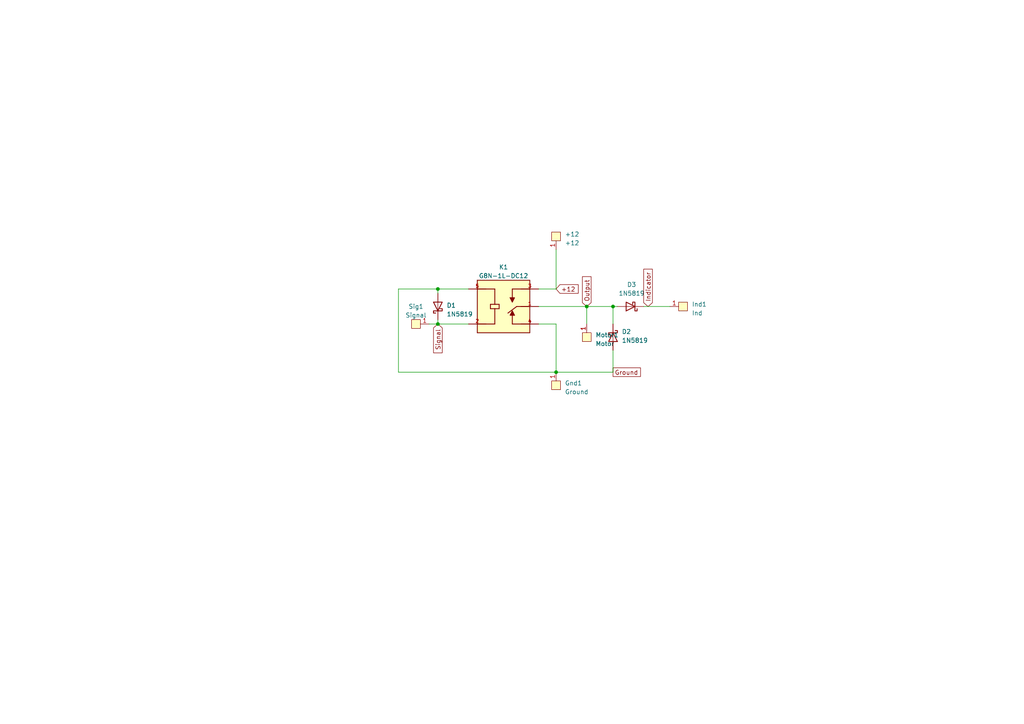
<source format=kicad_sch>
(kicad_sch (version 20230121) (generator eeschema)
  (paper "A4")
  (lib_symbols
    (symbol "Diode:1N5819" (pin_numbers hide) (pin_names (offset 1.016) hide)
      (property "Reference" "D" (at 0 2.54 0))
      (property "Value" "1N5819" (at 0 -2.54 0))
      (symbol "1N5819_0_1"
        (polyline (pts (xy 1.27 0) (xy -1.27 0)))
        (polyline (pts (xy 1.27 1.27) (xy 1.27 -1.27) (xy -1.27 0) (xy 1.27 1.27)) (stroke (width 0.254)))
        (polyline (pts (xy -1.905 0.635) (xy -1.905 1.27) (xy -1.27 1.27) (xy -1.27 -1.27) (xy -0.635 -1.27) (xy -0.635 -0.635)) (stroke (width 0.254)))
      )
      (symbol "1N5819_1_1"
        (pin passive line (at -3.81 0 0) (length 2.54) (name "K") (number "1"))
        (pin passive line (at 3.81 0 180) (length 2.54) (name "A") (number "2"))
      )
    )
    (symbol "Heartfelt_Engineering_RX7_headlight_relay:G8N-1L-DC12" (pin_names (offset 1.016))
      (property "Reference" "K" (at -7.62 8.89 0))
      (property "Value" "G8N-1L-DC12" (at -7.62 -10.16 0))
      (symbol "G8N-1L-DC12_0_0"
        (rectangle (start -7.62 -7.62) (end 7.62 7.62) (stroke (width 0.254)) (fill (type background)))
        (polyline (pts (xy -7.62 -5.08) (xy -2.54 -5.08)) (stroke (width 0.254)))
        (polyline (pts (xy -7.62 5.08) (xy -2.54 5.08)) (stroke (width 0.254)))
        (polyline (pts (xy -3.81 -0.635) (xy -3.81 0.635)) (stroke (width 0.254)))
        (polyline (pts (xy -3.81 0.635) (xy -2.54 0.635)) (stroke (width 0.254)))
        (polyline (pts (xy -2.54 -0.635) (xy -3.81 -0.635)) (stroke (width 0.254)))
        (polyline (pts (xy -2.54 -0.635) (xy -2.54 -5.08)) (stroke (width 0.254)))
        (polyline (pts (xy -2.54 0.635) (xy -1.27 0.635)) (stroke (width 0.254)))
        (polyline (pts (xy -2.54 5.08) (xy -2.54 0.635)) (stroke (width 0.254)))
        (polyline (pts (xy -1.27 -0.635) (xy -2.54 -0.635)) (stroke (width 0.254)))
        (polyline (pts (xy -1.27 0.635) (xy -1.27 -0.635)) (stroke (width 0.254)))
        (polyline (pts (xy 2.54 -5.08) (xy 2.54 -2.54)) (stroke (width 0.254)))
        (polyline (pts (xy 2.54 5.08) (xy 2.54 2.54)) (stroke (width 0.254)))
        (polyline (pts (xy 2.54 5.08) (xy 7.62 5.08)) (stroke (width 0.254)))
        (polyline (pts (xy 3.81 0) (xy 1.27 1.905)) (stroke (width 0.254)))
        (polyline (pts (xy 7.62 -5.08) (xy 2.54 -5.08)) (stroke (width 0.254)))
        (polyline (pts (xy 7.62 0) (xy 3.81 0)) (stroke (width 0.254)))
        (polyline (pts (xy 1.905 -2.54) (xy 3.175 -2.54) (xy 2.54 -1.27) (xy 1.905 -2.54)) (stroke (width 0.254)) (fill (type outline)))
        (polyline (pts (xy 3.175 2.54) (xy 1.905 2.54) (xy 2.54 1.27) (xy 3.175 2.54)) (stroke (width 0.254)) (fill (type outline)))
        (pin passive line (at 10.16 0 180) (length 5.08) (name "~") (number "1"))
        (pin passive line (at -10.16 5.08 0) (length 5.08) (name "~") (number "2"))
        (pin passive line (at 10.16 -5.08 180) (length 5.08) (name "~") (number "3"))
        (pin passive line (at 10.16 5.08 180) (length 5.08) (name "~") (number "4"))
        (pin passive line (at -10.16 -5.08 0) (length 5.08) (name "~") (number "5"))
      )
    )
    (symbol "Heartfelt_Engineering_RX7_headlight_relay:Molex_0197054001"
      (property "Reference" "U" (at 0 2.54 0))
      (symbol "Molex_0197054001_0_1"
        (rectangle (start -1.27 1.27) (end 1.27 -1.27) (fill (type background)))
      )
      (symbol "Molex_0197054001_1_1"
        (pin passive line (at 0 -3.81 90) (length 2.54) (name "") (number "1"))
      )
    )
  )
  (junction (at 177.8 88.9))
  (junction (at 127 93.98))
  (junction (at 161.29 107.95))
  (junction (at 127 83.82))
  (junction (at 170.18 88.9))
  (wire (pts (xy 135.89 83.82) (xy 127 83.82)))
  (wire (pts (xy 177.8 101.6) (xy 177.8 107.95)))
  (wire (pts (xy 115.57 107.95) (xy 115.57 83.82)))
  (wire (pts (xy 156.21 88.9) (xy 170.18 88.9)))
  (wire (pts (xy 161.29 83.82) (xy 161.29 72.39)))
  (wire (pts (xy 127 83.82) (xy 127 85.09)))
  (wire (pts (xy 124.46 93.98) (xy 127 93.98)))
  (wire (pts (xy 161.29 107.95) (xy 177.8 107.95)))
  (wire (pts (xy 170.18 88.9) (xy 170.18 93.98)))
  (wire (pts (xy 177.8 88.9) (xy 177.8 93.98)))
  (wire (pts (xy 127 93.98) (xy 135.89 93.98)))
  (wire (pts (xy 170.18 88.9) (xy 177.8 88.9)))
  (wire (pts (xy 186.69 88.9) (xy 194.31 88.9)))
  (wire (pts (xy 115.57 83.82) (xy 127 83.82)))
  (wire (pts (xy 115.57 107.95) (xy 161.29 107.95)))
  (wire (pts (xy 161.29 83.82) (xy 156.21 83.82)))
  (wire (pts (xy 161.29 107.95) (xy 161.29 93.98)))
  (wire (pts (xy 177.8 88.9) (xy 179.07 88.9)))
  (wire (pts (xy 161.29 93.98) (xy 156.21 93.98)))
  (wire (pts (xy 127 93.98) (xy 127 92.71)))
  (global_label "Output" (shape input) (at 170.18 88.9 90) (property "Intersheetrefs" "${INTERSHEET_REFS}" (effects hide)))
  (global_label "Signal" (shape input) (at 127 93.98 270) (property "Intersheetrefs" "${INTERSHEET_REFS}" (effects hide)))
  (global_label "Ground" (shape passive) (at 177.8 107.95 0) (property "Intersheetrefs" "${INTERSHEET_REFS}" (effects hide)))
  (global_label "+12" (shape input) (at 161.29 83.82 0) (property "Intersheetrefs" "${INTERSHEET_REFS}" (effects hide)))
  (global_label "Indicator" (shape input) (at 187.96 88.9 90) (property "Intersheetrefs" "${INTERSHEET_REFS}" (effects hide)))
  (symbol (lib_id "Heartfelt_Engineering_RX7_headlight_relay:G8N-1L-DC12") (at 146.05 88.9 0) (mirror x) (unit 1)
    (property "Reference" "K1" (at 146.05 77.47 0))
    (property "Value" "G8N-1L-DC12" (at 146.05 80.01 0))
    (property "Footprint" "RELAY_G8N-1L-DC12" (effects hide))
    (property "STANDARD" "Manufacturer Recommendations" (effects hide))
    (property "MAXIMUM_PACKAGE_HEIGHT" "13.8mm" (effects hide))
    (property "MANUFACTURER" "Omron" (effects hide))
    (property "PARTREV" "NA" (effects hide))
  )
  (symbol (lib_id "Heartfelt_Engineering_RX7_headlight_relay:Molex_0197054001") (at 198.12 88.9 270) (unit 1)
    (property "Reference" "Ind1" (at 200.66 88.265 90) (effects (justify left)))
    (property "Value" "Ind" (at 200.66 90.805 90) (effects (justify left)))
    (property "Footprint" "Nathans:Molex_197054001" (effects hide))
  )
  (symbol (lib_id "Diode:1N5819") (at 127 88.9 90) (unit 1)
    (property "Reference" "D1" (at 129.54 88.5825 90) (effects (justify right)))
    (property "Value" "1N5819" (at 129.54 91.1225 90) (effects (justify right)))
    (property "Footprint" "Diode_THT:D_DO-41_SOD81_P10.16mm_Horizontal" (effects hide))
    (property "Datasheet" "http://www.vishay.com/docs/88525/1n5817.pdf" (effects hide))
  )
  (symbol (lib_id "Diode:1N5819") (at 182.88 88.9 180) (unit 1)
    (property "Reference" "D3" (at 183.1975 82.55 0))
    (property "Value" "1N5819" (at 183.1975 85.09 0))
    (property "Footprint" "Diode_THT:D_DO-41_SOD81_P10.16mm_Horizontal" (effects hide))
    (property "Datasheet" "http://www.vishay.com/docs/88525/1n5817.pdf" (effects hide))
  )
  (symbol (lib_id "Diode:1N5819") (at 177.8 97.79 270) (unit 1)
    (property "Reference" "D2" (at 180.34 96.2024 90) (effects (justify left)))
    (property "Value" "1N5819" (at 180.34 98.7424 90) (effects (justify left)))
    (property "Footprint" "Diode_THT:D_DO-41_SOD81_P10.16mm_Horizontal" (effects hide))
    (property "Datasheet" "http://www.vishay.com/docs/88525/1n5817.pdf" (effects hide))
  )
  (symbol (lib_id "Heartfelt_Engineering_RX7_headlight_relay:Molex_0197054001") (at 161.29 111.76 180) (unit 1)
    (property "Reference" "Gnd1" (at 163.83 111.125 0) (effects (justify right)))
    (property "Value" "Ground" (at 163.83 113.665 0) (effects (justify right)))
    (property "Footprint" "Nathans:Molex_197054001" (effects hide))
  )
  (symbol (lib_id "Heartfelt_Engineering_RX7_headlight_relay:Molex_0197054001") (at 120.65 93.98 90) (unit 1)
    (property "Reference" "Sig1" (at 120.65 88.9 90))
    (property "Value" "Signal" (at 120.65 91.44 90))
    (property "Footprint" "Nathans:Molex_197054001" (effects hide))
  )
  (symbol (lib_id "Heartfelt_Engineering_RX7_headlight_relay:Molex_0197054001") (at 161.29 68.58 0) (unit 1)
    (property "Reference" "+12" (at 163.83 67.945 0) (effects (justify left)))
    (property "Value" "+12" (at 163.83 70.485 0) (effects (justify left)))
    (property "Footprint" "Nathans:Molex_197054001" (effects hide))
  )
  (symbol (lib_id "Heartfelt_Engineering_RX7_headlight_relay:Molex_0197054001") (at 170.18 97.79 180) (unit 1)
    (property "Reference" "Motor1" (at 172.72 97.155 0) (effects (justify right)))
    (property "Value" "Motor" (at 172.72 99.695 0) (effects (justify right)))
    (property "Footprint" "Nathans:Molex_197054001" (effects hide))
  )
)
</source>
